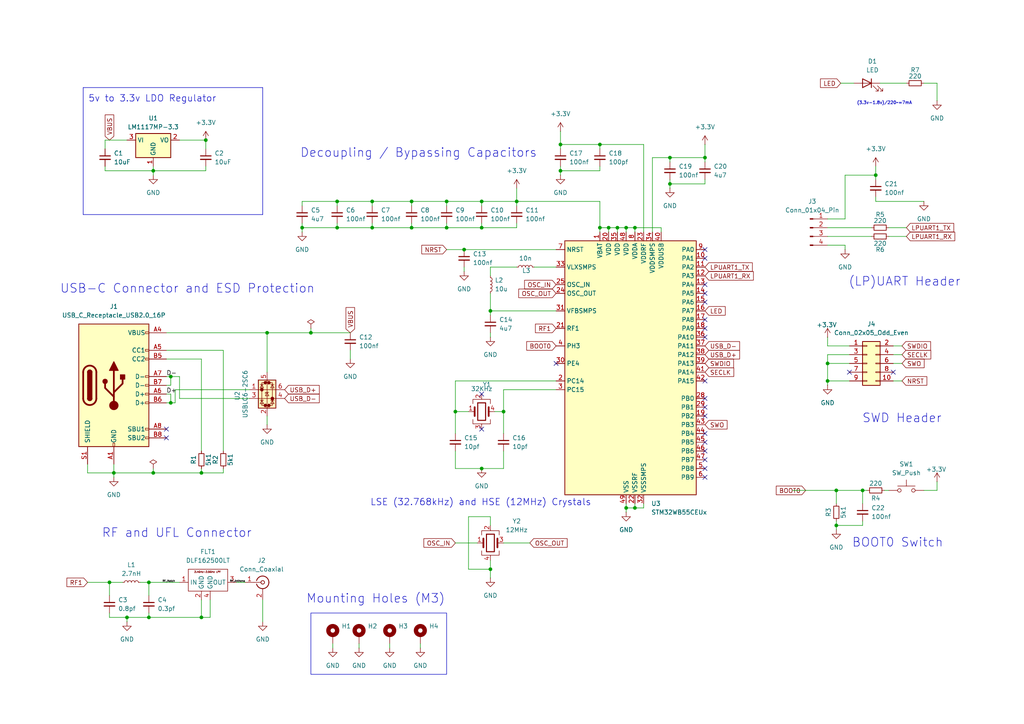
<source format=kicad_sch>
(kicad_sch (version 20231120) (generator "eeschema") (generator_version "8.0")
  (paper "A4")
  (title_block (title "STM32wb55 RF Anthena") (date "2024-10-04") (rev "AV1"))
  (junction (at 59.69 40.64))
  (junction (at 90.17 96.52))
  (junction (at 142.24 90.17))
  (junction (at 58.42 179.07))
  (junction (at 139.7 66.04))
  (junction (at 43.18 168.91))
  (junction (at 107.95 58.42))
  (junction (at 194.31 53.34))
  (junction (at 49.53 116.84))
  (junction (at 139.7 58.42))
  (junction (at 44.45 137.16))
  (junction (at 146.05 119.38))
  (junction (at 107.95 66.04))
  (junction (at 194.31 45.72))
  (junction (at 184.15 66.04))
  (junction (at 139.7 135.89))
  (junction (at 49.53 109.22))
  (junction (at 204.47 45.72))
  (junction (at 181.61 66.04))
  (junction (at 162.56 41.91))
  (junction (at 184.15 147.32))
  (junction (at 179.07 66.04))
  (junction (at 162.56 49.53))
  (junction (at 242.57 152.4))
  (junction (at 173.99 66.04))
  (junction (at 44.45 49.53))
  (junction (at 97.79 66.04))
  (junction (at 77.47 96.52))
  (junction (at 58.42 137.16))
  (junction (at 119.38 58.42))
  (junction (at 129.54 66.04))
  (junction (at 132.08 119.38))
  (junction (at 31.75 168.91))
  (junction (at 149.86 58.42))
  (junction (at 254 50.8))
  (junction (at 142.24 165.1))
  (junction (at 240.03 110.49))
  (junction (at 134.62 72.39))
  (junction (at 33.02 137.16))
  (junction (at 181.61 147.32))
  (junction (at 173.99 41.91))
  (junction (at 36.83 179.07))
  (junction (at 97.79 58.42))
  (junction (at 240.03 105.41))
  (junction (at 129.54 58.42))
  (junction (at 119.38 66.04))
  (junction (at 87.63 66.04))
  (junction (at 242.57 142.24))
  (junction (at 43.18 179.07))
  (junction (at 250.19 142.24))
  (junction (at 176.53 66.04))
  (no_connect (at 204.47 92.71))
  (no_connect (at 139.7 124.46))
  (no_connect (at 204.47 85.09))
  (no_connect (at 204.47 138.43))
  (no_connect (at 204.47 74.93))
  (no_connect (at 204.47 120.65))
  (no_connect (at 204.47 118.11))
  (no_connect (at 204.47 135.89))
  (no_connect (at 139.7 114.3))
  (no_connect (at 161.29 105.41))
  (no_connect (at 204.47 128.27))
  (no_connect (at 204.47 72.39))
  (no_connect (at 204.47 87.63))
  (no_connect (at 204.47 110.49))
  (no_connect (at 204.47 133.35))
  (no_connect (at 204.47 97.79))
  (no_connect (at 204.47 95.25))
  (no_connect (at 204.47 130.81))
  (no_connect (at 204.47 115.57))
  (no_connect (at 259.08 107.95))
  (no_connect (at 48.26 124.46))
  (no_connect (at 204.47 125.73))
  (no_connect (at 246.38 107.95))
  (no_connect (at 204.47 82.55))
  (no_connect (at 48.26 127))
  (wire (pts (xy 58.42 179.07) (xy 43.18 179.07)))
  (wire (pts (xy 149.86 66.04) (xy 149.86 64.77)))
  (wire (pts (xy 259.08 105.41) (xy 261.62 105.41)))
  (wire (pts (xy 58.42 104.14) (xy 58.42 130.81)))
  (wire (pts (xy 44.45 49.53) (xy 44.45 50.8)))
  (wire (pts (xy 189.23 67.31) (xy 189.23 45.72)))
  (wire (pts (xy 250.19 142.24) (xy 251.46 142.24)))
  (wire (pts (xy 271.78 24.13) (xy 271.78 29.21)))
  (wire (pts (xy 119.38 58.42) (xy 119.38 59.69)))
  (wire (pts (xy 139.7 58.42) (xy 129.54 58.42)))
  (wire (pts (xy 49.53 114.3) (xy 49.53 116.84)))
  (wire (pts (xy 87.63 66.04) (xy 87.63 67.31)))
  (wire (pts (xy 259.08 100.33) (xy 261.62 100.33)))
  (wire (pts (xy 142.24 149.86) (xy 135.89 149.86)))
  (wire (pts (xy 25.4 168.91) (xy 31.75 168.91)))
  (wire (pts (xy 271.78 142.24) (xy 267.97 142.24)))
  (wire (pts (xy 240.03 102.87) (xy 240.03 105.41)))
  (wire (pts (xy 242.57 151.13) (xy 242.57 152.4)))
  (wire (pts (xy 146.05 135.89) (xy 139.7 135.89)))
  (wire (pts (xy 162.56 41.91) (xy 173.99 41.91)))
  (wire (pts (xy 173.99 58.42) (xy 173.99 66.04)))
  (wire (pts (xy 142.24 162.56) (xy 142.24 165.1)))
  (wire (pts (xy 97.79 66.04) (xy 107.95 66.04)))
  (wire (pts (xy 64.77 135.89) (xy 64.77 137.16)))
  (wire (pts (xy 58.42 173.99) (xy 58.42 179.07)))
  (wire (pts (xy 77.47 96.52) (xy 77.47 107.95)))
  (wire (pts (xy 77.47 120.65) (xy 77.47 123.19)))
  (wire (pts (xy 242.57 152.4) (xy 242.57 153.67)))
  (wire (pts (xy 245.11 72.39) (xy 245.11 71.12)))
  (wire (pts (xy 184.15 66.04) (xy 191.77 66.04)))
  (wire (pts (xy 162.56 49.53) (xy 173.99 49.53)))
  (wire (pts (xy 134.62 72.39) (xy 161.29 72.39)))
  (wire (pts (xy 48.26 101.6) (xy 64.77 101.6)))
  (wire (pts (xy 132.08 119.38) (xy 135.89 119.38)))
  (wire (pts (xy 240.03 105.41) (xy 240.03 110.49)))
  (wire (pts (xy 186.69 146.05) (xy 186.69 147.32)))
  (wire (pts (xy 59.69 43.18) (xy 59.69 40.64)))
  (wire (pts (xy 184.15 66.04) (xy 184.15 67.31)))
  (wire (pts (xy 194.31 45.72) (xy 194.31 46.99)))
  (wire (pts (xy 43.18 168.91) (xy 43.18 172.72)))
  (wire (pts (xy 250.19 152.4) (xy 242.57 152.4)))
  (wire (pts (xy 250.19 142.24) (xy 250.19 146.05)))
  (wire (pts (xy 107.95 58.42) (xy 107.95 59.69)))
  (wire (pts (xy 77.47 96.52) (xy 90.17 96.52)))
  (wire (pts (xy 135.89 165.1) (xy 142.24 165.1)))
  (wire (pts (xy 58.42 137.16) (xy 64.77 137.16)))
  (wire (pts (xy 107.95 64.77) (xy 107.95 66.04)))
  (wire (pts (xy 173.99 41.91) (xy 173.99 43.18)))
  (wire (pts (xy 257.81 66.04) (xy 262.89 66.04)))
  (wire (pts (xy 162.56 48.26) (xy 162.56 49.53)))
  (wire (pts (xy 146.05 157.48) (xy 153.67 157.48)))
  (wire (pts (xy 119.38 64.77) (xy 119.38 66.04)))
  (wire (pts (xy 267.97 58.42) (xy 254 58.42)))
  (wire (pts (xy 96.52 186.69) (xy 96.52 187.96)))
  (wire (pts (xy 135.89 149.86) (xy 135.89 165.1)))
  (wire (pts (xy 52.07 168.91) (xy 43.18 168.91)))
  (wire (pts (xy 204.47 45.72) (xy 204.47 46.99)))
  (wire (pts (xy 246.38 110.49) (xy 240.03 110.49)))
  (wire (pts (xy 44.45 48.26) (xy 44.45 49.53)))
  (wire (pts (xy 149.86 58.42) (xy 139.7 58.42)))
  (wire (pts (xy 194.31 52.07) (xy 194.31 53.34)))
  (wire (pts (xy 179.07 66.04) (xy 179.07 67.31)))
  (wire (pts (xy 191.77 66.04) (xy 191.77 67.31)))
  (wire (pts (xy 254 48.26) (xy 254 50.8)))
  (wire (pts (xy 36.83 40.64) (xy 30.48 40.64)))
  (wire (pts (xy 173.99 49.53) (xy 173.99 48.26)))
  (wire (pts (xy 48.26 114.3) (xy 49.53 114.3)))
  (wire (pts (xy 154.94 77.47) (xy 161.29 77.47)))
  (wire (pts (xy 194.31 53.34) (xy 194.31 54.61)))
  (wire (pts (xy 52.07 109.22) (xy 49.53 109.22)))
  (wire (pts (xy 181.61 146.05) (xy 181.61 147.32)))
  (wire (pts (xy 184.15 147.32) (xy 181.61 147.32)))
  (wire (pts (xy 132.08 110.49) (xy 132.08 119.38)))
  (wire (pts (xy 33.02 134.62) (xy 33.02 137.16)))
  (wire (pts (xy 254 50.8) (xy 254 52.07)))
  (wire (pts (xy 149.86 77.47) (xy 142.24 77.47)))
  (wire (pts (xy 142.24 96.52) (xy 142.24 97.79)))
  (wire (pts (xy 173.99 67.31) (xy 173.99 66.04)))
  (wire (pts (xy 129.54 58.42) (xy 119.38 58.42)))
  (wire (pts (xy 48.26 111.76) (xy 49.53 111.76)))
  (wire (pts (xy 49.53 116.84) (xy 48.26 116.84)))
  (wire (pts (xy 30.48 48.26) (xy 30.48 49.53)))
  (wire (pts (xy 271.78 139.7) (xy 271.78 142.24)))
  (wire (pts (xy 149.86 59.69) (xy 149.86 58.42)))
  (wire (pts (xy 146.05 130.81) (xy 146.05 135.89)))
  (wire (pts (xy 240.03 100.33) (xy 240.03 97.79)))
  (wire (pts (xy 52.07 40.64) (xy 59.69 40.64)))
  (wire (pts (xy 129.54 64.77) (xy 129.54 66.04)))
  (wire (pts (xy 242.57 142.24) (xy 250.19 142.24)))
  (wire (pts (xy 59.69 48.26) (xy 59.69 49.53)))
  (wire (pts (xy 242.57 142.24) (xy 242.57 146.05)))
  (wire (pts (xy 121.92 186.69) (xy 121.92 187.96)))
  (wire (pts (xy 44.45 49.53) (xy 59.69 49.53)))
  (wire (pts (xy 43.18 177.8) (xy 43.18 179.07)))
  (wire (pts (xy 186.69 41.91) (xy 186.69 67.31)))
  (wire (pts (xy 142.24 90.17) (xy 142.24 85.09)))
  (wire (pts (xy 245.11 63.5) (xy 240.03 63.5)))
  (wire (pts (xy 240.03 105.41) (xy 246.38 105.41)))
  (wire (pts (xy 113.03 186.69) (xy 113.03 187.96)))
  (wire (pts (xy 181.61 66.04) (xy 184.15 66.04)))
  (wire (pts (xy 146.05 113.03) (xy 146.05 119.38)))
  (wire (pts (xy 132.08 157.48) (xy 138.43 157.48)))
  (wire (pts (xy 44.45 135.89) (xy 44.45 137.16)))
  (wire (pts (xy 36.83 179.07) (xy 43.18 179.07)))
  (wire (pts (xy 49.53 109.22) (xy 48.26 109.22)))
  (wire (pts (xy 33.02 137.16) (xy 44.45 137.16)))
  (wire (pts (xy 176.53 66.04) (xy 179.07 66.04)))
  (wire (pts (xy 97.79 58.42) (xy 97.79 59.69)))
  (wire (pts (xy 134.62 77.47) (xy 134.62 78.74)))
  (wire (pts (xy 267.97 24.13) (xy 271.78 24.13)))
  (wire (pts (xy 259.08 102.87) (xy 261.62 102.87)))
  (wire (pts (xy 76.2 173.99) (xy 76.2 180.34)))
  (polyline (pts (xy 76.2 25.4) (xy 76.2 62.23)))
  (wire (pts (xy 142.24 90.17) (xy 142.24 91.44)))
  (wire (pts (xy 161.29 113.03) (xy 146.05 113.03)))
  (wire (pts (xy 162.56 38.1) (xy 162.56 41.91)))
  (wire (pts (xy 189.23 45.72) (xy 194.31 45.72)))
  (wire (pts (xy 146.05 119.38) (xy 146.05 125.73)))
  (wire (pts (xy 58.42 135.89) (xy 58.42 137.16)))
  (polyline (pts (xy 24.13 62.23) (xy 24.13 25.4)))
  (wire (pts (xy 90.17 96.52) (xy 101.6 96.52)))
  (wire (pts (xy 256.54 142.24) (xy 257.81 142.24)))
  (wire (pts (xy 254 58.42) (xy 254 57.15)))
  (wire (pts (xy 184.15 146.05) (xy 184.15 147.32)))
  (wire (pts (xy 87.63 58.42) (xy 87.63 59.69)))
  (wire (pts (xy 107.95 66.04) (xy 119.38 66.04)))
  (wire (pts (xy 132.08 119.38) (xy 132.08 125.73)))
  (wire (pts (xy 179.07 66.04) (xy 181.61 66.04)))
  (wire (pts (xy 50.8 113.03) (xy 72.39 113.03)))
  (wire (pts (xy 30.48 49.53) (xy 44.45 49.53)))
  (wire (pts (xy 104.14 186.69) (xy 104.14 187.96)))
  (wire (pts (xy 101.6 101.6) (xy 101.6 104.14)))
  (wire (pts (xy 139.7 64.77) (xy 139.7 66.04)))
  (wire (pts (xy 31.75 179.07) (xy 36.83 179.07)))
  (wire (pts (xy 129.54 66.04) (xy 139.7 66.04)))
  (wire (pts (xy 36.83 179.07) (xy 36.83 180.34)))
  (wire (pts (xy 245.11 50.8) (xy 245.11 63.5)))
  (wire (pts (xy 107.95 58.42) (xy 97.79 58.42)))
  (wire (pts (xy 142.24 165.1) (xy 142.24 167.64)))
  (wire (pts (xy 176.53 66.04) (xy 176.53 67.31)))
  (wire (pts (xy 204.47 41.91) (xy 204.47 45.72)))
  (wire (pts (xy 149.86 54.61) (xy 149.86 58.42)))
  (wire (pts (xy 64.77 101.6) (xy 64.77 130.81)))
  (wire (pts (xy 60.96 173.99) (xy 60.96 179.07)))
  (wire (pts (xy 132.08 110.49) (xy 161.29 110.49)))
  (wire (pts (xy 132.08 135.89) (xy 139.7 135.89)))
  (wire (pts (xy 161.29 90.17) (xy 142.24 90.17)))
  (wire (pts (xy 129.54 72.39) (xy 134.62 72.39)))
  (wire (pts (xy 262.89 24.13) (xy 255.27 24.13)))
  (wire (pts (xy 229.87 142.24) (xy 242.57 142.24)))
  (wire (pts (xy 49.53 111.76) (xy 49.53 109.22)))
  (wire (pts (xy 247.65 24.13) (xy 243.84 24.13)))
  (wire (pts (xy 146.05 119.38) (xy 143.51 119.38)))
  (wire (pts (xy 246.38 100.33) (xy 240.03 100.33)))
  (wire (pts (xy 194.31 45.72) (xy 204.47 45.72)))
  (wire (pts (xy 204.47 53.34) (xy 204.47 52.07)))
  (wire (pts (xy 60.96 179.07) (xy 58.42 179.07)))
  (wire (pts (xy 240.03 68.58) (xy 252.73 68.58)))
  (wire (pts (xy 119.38 66.04) (xy 129.54 66.04)))
  (wire (pts (xy 87.63 64.77) (xy 87.63 66.04)))
  (wire (pts (xy 48.26 96.52) (xy 77.47 96.52)))
  (wire (pts (xy 186.69 147.32) (xy 184.15 147.32)))
  (wire (pts (xy 240.03 66.04) (xy 252.73 66.04)))
  (wire (pts (xy 48.26 104.14) (xy 58.42 104.14)))
  (wire (pts (xy 71.12 168.91) (xy 68.58 168.91)))
  (wire (pts (xy 259.08 110.49) (xy 261.62 110.49)))
  (wire (pts (xy 142.24 152.4) (xy 142.24 149.86)))
  (wire (pts (xy 35.56 168.91) (xy 31.75 168.91)))
  (wire (pts (xy 25.4 134.62) (xy 25.4 137.16)))
  (wire (pts (xy 52.07 115.57) (xy 72.39 115.57)))
  (wire (pts (xy 31.75 168.91) (xy 31.75 172.72)))
  (wire (pts (xy 87.63 66.04) (xy 97.79 66.04)))
  (wire (pts (xy 50.8 113.03) (xy 50.8 116.84)))
  (wire (pts (xy 257.81 68.58) (xy 262.89 68.58)))
  (polyline (pts (xy 24.13 62.23) (xy 76.2 62.23)))
  (wire (pts (xy 52.07 115.57) (xy 52.07 109.22)))
  (wire (pts (xy 250.19 151.13) (xy 250.19 152.4)))
  (wire (pts (xy 31.75 177.8) (xy 31.75 179.07)))
  (wire (pts (xy 40.64 168.91) (xy 43.18 168.91)))
  (wire (pts (xy 240.03 110.49) (xy 240.03 111.76)))
  (wire (pts (xy 50.8 116.84) (xy 49.53 116.84)))
  (wire (pts (xy 25.4 137.16) (xy 33.02 137.16)))
  (wire (pts (xy 97.79 64.77) (xy 97.79 66.04)))
  (wire (pts (xy 173.99 58.42) (xy 149.86 58.42)))
  (wire (pts (xy 129.54 58.42) (xy 129.54 59.69)))
  (wire (pts (xy 194.31 53.34) (xy 204.47 53.34)))
  (wire (pts (xy 181.61 147.32) (xy 181.61 148.59)))
  (wire (pts (xy 44.45 137.16) (xy 58.42 137.16)))
  (wire (pts (xy 119.38 58.42) (xy 107.95 58.42)))
  (polyline (pts (xy 24.13 25.4) (xy 76.2 25.4)))
  (wire (pts (xy 246.38 102.87) (xy 240.03 102.87)))
  (wire (pts (xy 30.48 40.64) (xy 30.48 43.18)))
  (wire (pts (xy 139.7 66.04) (xy 149.86 66.04)))
  (wire (pts (xy 142.24 77.47) (xy 142.24 80.01)))
  (wire (pts (xy 139.7 58.42) (xy 139.7 59.69)))
  (wire (pts (xy 90.17 95.25) (xy 90.17 96.52)))
  (wire (pts (xy 132.08 130.81) (xy 132.08 135.89)))
  (wire (pts (xy 245.11 71.12) (xy 240.03 71.12)))
  (wire (pts (xy 245.11 50.8) (xy 254 50.8)))
  (wire (pts (xy 162.56 49.53) (xy 162.56 50.8)))
  (wire (pts (xy 33.02 137.16) (xy 33.02 138.43)))
  (wire (pts (xy 97.79 58.42) (xy 87.63 58.42)))
  (wire (pts (xy 181.61 66.04) (xy 181.61 67.31)))
  (wire (pts (xy 162.56 41.91) (xy 162.56 43.18)))
  (wire (pts (xy 173.99 66.04) (xy 176.53 66.04)))
  (wire (pts (xy 186.69 41.91) (xy 173.99 41.91)))
  (rectangle (start 90.17 177.8) (end 129.54 195.58))
  (text "SWD Header" (at 261.62 121.412 0) (effects (font (size 2.54 2.54))))
  (text "Decoupling / Bypassing Capacitors\n\n" (at 121.412 46.482 0) (effects (font (size 2.54 2.54))))
  (text "(3.3v-1.8v)/220~=7mA" (at 256.54 29.972 0) (effects (font (size 0.889 0.889))))
  (text "(LP)UART Header" (at 262.382 81.788 0) (effects (font (size 2.54 2.54))))
  (text "Mounting Holes (M3)\n" (at 108.966 173.736 0) (effects (font (size 2.54 2.54))))
  (text "5v to 3.3v LDO Regulator\n" (at 44.196 28.702 0) (effects (font (size 1.905 1.905))))
  (text "RF and UFL Connector\n" (at 51.308 154.686 0) (effects (font (size 2.54 2.54))))
  (text "LSE (32.768kHz) and HSE (12MHz) Crystals\n" (at 139.446 145.796 0) (effects (font (size 1.905 1.905))))
  (text "USB-C Connector and ESD Protection\n" (at 54.356 83.82 0) (effects (font (size 2.54 2.54))))
  (text "BOOT0 Switch\n" (at 260.35 157.48 0) (effects (font (size 2.54 2.54))))
  (label "D-" (at 48.26 109.22 0))
  (label "D+" (at 48.26 114.3 0))
  (label "RF_Match" (at 50.8 168.91 180) (effects (font (size 0.508 0.508))))
  (label "RF_Anthena" (at 71.12 168.91 180) (effects (font (size 0.508 0.508))))
  (global_label "LPUART1_RX" (shape input) (at 204.47 80.01 0) (property "Intersheetrefs" "${INTERSHEET_REFS}" (effects (hide yes))))
  (global_label "LPUART1_RX" (shape input) (at 262.89 68.58 0) (property "Intersheetrefs" "${INTERSHEET_REFS}" (effects (hide yes))))
  (global_label "NRST" (shape input) (at 129.54 72.39 180) (property "Intersheetrefs" "${INTERSHEET_REFS}" (effects (hide yes))))
  (global_label "USB_D-" (shape input) (at 82.55 115.57 0) (property "Intersheetrefs" "${INTERSHEET_REFS}" (effects (hide yes))))
  (global_label "RF1" (shape input) (at 161.29 95.25 180) (property "Intersheetrefs" "${INTERSHEET_REFS}" (effects (hide yes))))
  (global_label "LPUART1_TX" (shape input) (at 262.89 66.04 0) (property "Intersheetrefs" "${INTERSHEET_REFS}" (effects (hide yes))))
  (global_label "USB_D+" (shape input) (at 204.47 102.87 0) (property "Intersheetrefs" "${INTERSHEET_REFS}" (effects (hide yes))))
  (global_label "SECLK" (shape input) (at 204.47 107.95 0) (property "Intersheetrefs" "${INTERSHEET_REFS}" (effects (hide yes))))
  (global_label "USB_D-" (shape input) (at 204.47 100.33 0) (property "Intersheetrefs" "${INTERSHEET_REFS}" (effects (hide yes))))
  (global_label "VBUS" (shape input) (at 101.6 96.52 90) (property "Intersheetrefs" "${INTERSHEET_REFS}" (effects (hide yes))))
  (global_label "OSC_OUT" (shape input) (at 153.67 157.48 0) (property "Intersheetrefs" "${INTERSHEET_REFS}" (effects (hide yes))))
  (global_label "OSC_IN" (shape input) (at 161.29 82.55 180) (property "Intersheetrefs" "${INTERSHEET_REFS}" (effects (hide yes))))
  (global_label "BOOT0" (shape input) (at 233.68 142.24 180) (property "Intersheetrefs" "${INTERSHEET_REFS}" (effects (hide yes))))
  (global_label "OSC_OUT" (shape input) (at 161.29 85.09 180) (property "Intersheetrefs" "${INTERSHEET_REFS}" (effects (hide yes))))
  (global_label "SWDIO" (shape input) (at 261.62 100.33 0) (property "Intersheetrefs" "${INTERSHEET_REFS}" (effects (hide yes))))
  (global_label "BOOT0" (shape input) (at 161.29 100.33 180) (property "Intersheetrefs" "${INTERSHEET_REFS}" (effects (hide yes))))
  (global_label "LED" (shape input) (at 204.47 90.17 0) (property "Intersheetrefs" "${INTERSHEET_REFS}" (effects (hide yes))))
  (global_label "RF1" (shape input) (at 25.4 168.91 180) (property "Intersheetrefs" "${INTERSHEET_REFS}" (effects (hide yes))))
  (global_label "LPUART1_TX" (shape input) (at 204.47 77.47 0) (property "Intersheetrefs" "${INTERSHEET_REFS}" (effects (hide yes))))
  (global_label "SECLK" (shape input) (at 261.62 102.87 0) (property "Intersheetrefs" "${INTERSHEET_REFS}" (effects (hide yes))))
  (global_label "USB_D+" (shape input) (at 82.55 113.03 0) (property "Intersheetrefs" "${INTERSHEET_REFS}" (effects (hide yes))))
  (global_label "LED" (shape input) (at 243.84 24.13 180) (property "Intersheetrefs" "${INTERSHEET_REFS}" (effects (hide yes))))
  (global_label "OSC_IN" (shape input) (at 132.08 157.48 180) (property "Intersheetrefs" "${INTERSHEET_REFS}" (effects (hide yes))))
  (global_label "SWDIO" (shape input) (at 204.47 105.41 0) (property "Intersheetrefs" "${INTERSHEET_REFS}" (effects (hide yes))))
  (global_label "SWO" (shape input) (at 204.47 123.19 0) (property "Intersheetrefs" "${INTERSHEET_REFS}" (effects (hide yes))))
  (global_label "VBUS" (shape input) (at 31.75 40.64 90) (property "Intersheetrefs" "${INTERSHEET_REFS}" (effects (hide yes))))
  (global_label "NRST" (shape input) (at 261.62 110.49 0) (property "Intersheetrefs" "${INTERSHEET_REFS}" (effects (hide yes))))
  (global_label "SWO" (shape input) (at 261.62 105.41 0) (property "Intersheetrefs" "${INTERSHEET_REFS}" (effects (hide yes))))
  (symbol (lib_id "Device:C_Small") (at 134.62 74.93 0) (unit 1)
    (property "Reference" "C13" (at 137.16 73.6662 0) (effects (justify left)))
    (property "Value" "100nf" (at 137.16 76.2062 0) (effects (justify left)))
    (property "Footprint" "Capacitor_SMD:C_0805_2012Metric_Pad1.18x1.45mm_HandSolder" (effects (hide yes)))
    (property "Description" "Unpolarized capacitor, small symbol" (effects (hide yes)))
  )
  (symbol (lib_id "Device:R_Small") (at 265.43 24.13 90) (mirror x) (unit 1)
    (property "Reference" "R7" (at 265.43 20.32 90))
    (property "Value" "220" (at 265.43 22.098 90))
    (property "Footprint" "Resistor_SMD:R_0805_2012Metric_Pad1.20x1.40mm_HandSolder" (effects (hide yes)))
    (property "Description" "Resistor, small symbol" (effects (hide yes)))
  )
  (symbol (lib_id "power:+3.3V") (at 204.47 41.91 0) (unit 1)
    (property "Reference" "#PWR018" (effects (hide yes)))
    (property "Value" "+3.3V" (at 204.47 36.83 0))
    (property "Description" "Power symbol creates a global label with name \"+3.3V\"" (effects (hide yes)))
  )
  (symbol (lib_id "Mechanical:MountingHole_Pad") (at 96.52 184.15 0) (unit 1) (exclude_from_sim yes) (in_bom no)
    (property "Reference" "H1" (at 99.06 181.6099 0) (effects (justify left)))
    (property "Value" "MountingHole_Pad" (effects (hide yes)))
    (property "Footprint" "MountingHole:MountingHole_3.2mm_M3_Pad" (effects (hide yes)))
    (property "Description" "Mounting Hole with connection" (effects (hide yes)))
  )
  (symbol (lib_id "Device:R_Small") (at 255.27 66.04 270) (unit 1)
    (property "Reference" "R5" (at 255.27 62.23 90))
    (property "Value" "220" (at 255.27 64.008 90))
    (property "Footprint" "Resistor_SMD:R_0805_2012Metric_Pad1.20x1.40mm_HandSolder" (effects (hide yes)))
    (property "Description" "Resistor, small symbol" (effects (hide yes)))
  )
  (symbol (lib_id "power:GND") (at 113.03 187.96 0) (mirror y) (unit 1)
    (property "Reference" "#PWR029" (effects (hide yes)))
    (property "Value" "GND" (at 113.03 193.04 0))
    (property "Description" "Power symbol creates a global label with name \"GND\" , ground" (effects (hide yes)))
  )
  (symbol (lib_id "Mechanical:MountingHole_Pad") (at 121.92 184.15 0) (unit 1) (exclude_from_sim yes) (in_bom no)
    (property "Reference" "H4" (at 124.46 181.6099 0) (effects (justify left)))
    (property "Value" "MountingHole_Pad" (effects (hide yes)))
    (property "Footprint" "MountingHole:MountingHole_3.2mm_M3_Pad" (effects (hide yes)))
    (property "Description" "Mounting Hole with connection" (effects (hide yes)))
  )
  (symbol (lib_id "Device:C_Small") (at 129.54 62.23 0) (unit 1)
    (property "Reference" "C9" (at 132.08 60.9662 0) (effects (justify left)))
    (property "Value" "100nf" (at 132.08 63.5062 0) (effects (justify left)))
    (property "Footprint" "Capacitor_SMD:C_0805_2012Metric_Pad1.18x1.45mm_HandSolder" (effects (hide yes)))
    (property "Description" "Unpolarized capacitor, small symbol" (effects (hide yes)))
  )
  (symbol (lib_id "power:+3.3V") (at 59.69 40.64 0) (unit 1)
    (property "Reference" "#PWR04" (effects (hide yes)))
    (property "Value" "+3.3V" (at 59.69 35.56 0))
    (property "Description" "Power symbol creates a global label with name \"+3.3V\"" (effects (hide yes)))
  )
  (symbol (lib_id "Power_Protection:USBLC6-2SC6") (at 77.47 113.03 0) (unit 1)
    (property "Reference" "U2" (at 68.834 114.808 90))
    (property "Value" "USBLC6-2SC6" (at 71.12 114.3 90))
    (property "Footprint" "Package_TO_SOT_SMD:SOT-23-6" (effects (hide yes)))
    (property "Datasheet" "https://www.st.com/resource/en/datasheet/usblc6-2.pdf" (effects (hide yes)))
    (property "Description" "Very low capacitance ESD protection diode, 2 data-line, SOT-23-6" (effects (hide yes)))
  )
  (symbol (lib_id "Device:C_Small") (at 194.31 49.53 0) (unit 1)
    (property "Reference" "C19" (at 196.85 48.2662 0) (effects (justify left)))
    (property "Value" "100nf" (at 196.85 50.8062 0) (effects (justify left)))
    (property "Footprint" "Capacitor_SMD:C_0805_2012Metric_Pad1.18x1.45mm_HandSolder" (effects (hide yes)))
    (property "Description" "Unpolarized capacitor, small symbol" (effects (hide yes)))
  )
  (symbol (lib_id "power:+3.3V") (at 149.86 54.61 0) (unit 1)
    (property "Reference" "#PWR013" (effects (hide yes)))
    (property "Value" "+3.3V" (at 149.86 49.53 0))
    (property "Description" "Power symbol creates a global label with name \"+3.3V\"" (effects (hide yes)))
  )
  (symbol (lib_id "Device:R_Small") (at 58.42 133.35 180) (unit 1)
    (property "Reference" "R1" (at 56.134 133.35 90))
    (property "Value" "5k1" (at 60.452 133.35 90))
    (property "Footprint" "Resistor_SMD:R_0805_2012Metric_Pad1.20x1.40mm_HandSolder" (effects (hide yes)))
    (property "Description" "Resistor, small symbol" (effects (hide yes)))
  )
  (symbol (lib_id "Regulator_Linear:LM1117MP-3.3") (at 44.45 40.64 0) (unit 1)
    (property "Reference" "U1" (at 44.45 34.29 0))
    (property "Value" "LM1117MP-3.3" (at 44.45 36.83 0))
    (property "Footprint" "Package_TO_SOT_SMD:SOT-223-3_TabPin2" (effects (hide yes)))
    (property "Datasheet" "http://www.ti.com/lit/ds/symlink/lm1117.pdf" (effects (hide yes)))
    (property "Description" "800mA Low-Dropout Linear Regulator, 3.3V fixed output, SOT-223" (effects (hide yes)))
  )
  (symbol (lib_id "Device:C_Small") (at 59.69 45.72 0) (unit 1)
    (property "Reference" "C2" (at 62.23 44.4562 0) (effects (justify left)))
    (property "Value" "10uF" (at 62.23 46.9962 0) (effects (justify left)))
    (property "Footprint" "Capacitor_SMD:C_1206_3216Metric_Pad1.33x1.80mm_HandSolder" (effects (hide yes)))
    (property "Description" "Unpolarized capacitor, small symbol" (effects (hide yes)))
  )
  (symbol (lib_id "power:GND") (at 240.03 111.76 0) (unit 1)
    (property "Reference" "#PWR020" (effects (hide yes)))
    (property "Value" "GND" (at 240.03 116.84 0))
    (property "Description" "Power symbol creates a global label with name \"GND\" , ground" (effects (hide yes)))
  )
  (symbol (lib_id "power:PWR_FLAG") (at 90.17 95.25 0) (unit 1)
    (property "Reference" "#FLG02" (effects (hide yes)))
    (property "Value" "PWR_FLAG" (effects (hide yes)))
    (property "Description" "Special symbol for telling ERC where power comes from" (effects (hide yes)))
  )
  (symbol (lib_id "power:GND") (at 104.14 187.96 0) (mirror y) (unit 1)
    (property "Reference" "#PWR028" (effects (hide yes)))
    (property "Value" "GND" (at 104.14 193.04 0))
    (property "Description" "Power symbol creates a global label with name \"GND\" , ground" (effects (hide yes)))
  )
  (symbol (lib_id "Device:C_Small") (at 254 54.61 0) (unit 1)
    (property "Reference" "C21" (at 256.54 53.3462 0) (effects (justify left)))
    (property "Value" "100nf" (at 256.54 55.8862 0) (effects (justify left)))
    (property "Footprint" "Capacitor_SMD:C_0805_2012Metric_Pad1.18x1.45mm_HandSolder" (effects (hide yes)))
    (property "Description" "Unpolarized capacitor, small symbol" (effects (hide yes)))
  )
  (symbol (lib_id "Connector_Generic:Conn_02x05_Odd_Even") (at 251.46 105.41 0) (unit 1)
    (property "Reference" "J4" (at 252.73 93.98 0))
    (property "Value" "Conn_02x05_Odd_Even" (at 252.73 96.52 0))
    (property "Footprint" "Connector_JST:JST_PHD_S10B-PHDSS_2x05_P2.00mm_Horizontal" (effects (hide yes)))
    (property "Description" "Generic connector, double row, 02x05, odd/even pin numbering scheme (row 1 odd numbers, row 2 even numbers), script generated (kicad-library-utils/schlib/autogen/connector/)" (effects (hide yes)))
  )
  (symbol (lib_id "Device:C_Small") (at 162.56 45.72 0) (unit 1)
    (property "Reference" "C17" (at 165.1 44.4562 0) (effects (justify left)))
    (property "Value" "100nf" (at 165.1 46.9962 0) (effects (justify left)))
    (property "Footprint" "Capacitor_SMD:C_0805_2012Metric_Pad1.18x1.45mm_HandSolder" (effects (hide yes)))
    (property "Description" "Unpolarized capacitor, small symbol" (effects (hide yes)))
  )
  (symbol (lib_id "power:GND") (at 44.45 50.8 0) (mirror y) (unit 1)
    (property "Reference" "#PWR03" (effects (hide yes)))
    (property "Value" "GND" (at 44.45 55.88 0))
    (property "Description" "Power symbol creates a global label with name \"GND\" , ground" (effects (hide yes)))
  )
  (symbol (lib_id "power:GND") (at 242.57 153.67 0) (unit 1)
    (property "Reference" "#PWR021" (effects (hide yes)))
    (property "Value" "GND" (at 242.57 158.75 0))
    (property "Description" "Power symbol creates a global label with name \"GND\" , ground" (effects (hide yes)))
  )
  (symbol (lib_id "power:GND") (at 96.52 187.96 0) (mirror y) (unit 1)
    (property "Reference" "#PWR027" (effects (hide yes)))
    (property "Value" "GND" (at 96.52 193.04 0))
    (property "Description" "Power symbol creates a global label with name \"GND\" , ground" (effects (hide yes)))
  )
  (symbol (lib_id "Device:C_Small") (at 142.24 93.98 0) (unit 1)
    (property "Reference" "C14" (at 144.78 92.7162 0) (effects (justify left)))
    (property "Value" "4u7" (at 144.78 95.2562 0) (effects (justify left)))
    (property "Footprint" "Capacitor_SMD:C_0805_2012Metric_Pad1.18x1.45mm_HandSolder" (effects (hide yes)))
    (property "Description" "Unpolarized capacitor, small symbol" (effects (hide yes)))
  )
  (symbol (lib_id "Device:C_Small") (at 97.79 62.23 0) (unit 1)
    (property "Reference" "C6" (at 100.33 60.9662 0) (effects (justify left)))
    (property "Value" "100nf" (at 100.33 63.5062 0) (effects (justify left)))
    (property "Footprint" "Capacitor_SMD:C_0805_2012Metric_Pad1.18x1.45mm_HandSolder" (effects (hide yes)))
    (property "Description" "Unpolarized capacitor, small symbol" (effects (hide yes)))
  )
  (symbol (lib_id "Device:C_Small") (at 149.86 62.23 0) (unit 1)
    (property "Reference" "C11" (at 152.4 60.9662 0) (effects (justify left)))
    (property "Value" "100nf" (at 152.4 63.5062 0) (effects (justify left)))
    (property "Footprint" "Capacitor_SMD:C_0805_2012Metric_Pad1.18x1.45mm_HandSolder" (effects (hide yes)))
    (property "Description" "Unpolarized capacitor, small symbol" (effects (hide yes)))
  )
  (symbol (lib_id "Device:C_Small") (at 173.99 45.72 0) (unit 1)
    (property "Reference" "C18" (at 176.53 44.4562 0) (effects (justify left)))
    (property "Value" "100pf" (at 176.53 46.9962 0) (effects (justify left)))
    (property "Footprint" "Capacitor_SMD:C_0805_2012Metric_Pad1.18x1.45mm_HandSolder" (effects (hide yes)))
    (property "Description" "Unpolarized capacitor, small symbol" (effects (hide yes)))
  )
  (symbol (lib_id "Device:C_Small") (at 101.6 99.06 0) (unit 1)
    (property "Reference" "C12" (at 104.14 97.7962 0) (effects (justify left)))
    (property "Value" "100nf" (at 104.14 100.3362 0) (effects (justify left)))
    (property "Footprint" "Capacitor_SMD:C_0805_2012Metric_Pad1.18x1.45mm_HandSolder" (effects (hide yes)))
    (property "Description" "Unpolarized capacitor, small symbol" (effects (hide yes)))
  )
  (symbol (lib_id "power:GND") (at 142.24 167.64 0) (unit 1)
    (property "Reference" "#PWR011" (effects (hide yes)))
    (property "Value" "GND" (at 142.24 172.72 0))
    (property "Description" "Power symbol creates a global label with name \"GND\" , ground" (effects (hide yes)))
  )
  (symbol (lib_id "Connector:USB_C_Receptacle_USB2.0_16P") (at 33.02 111.76 0) (unit 1)
    (property "Reference" "J1" (at 33.02 88.9 0))
    (property "Value" "USB_C_Receptacle_USB2.0_16P" (at 33.02 91.44 0))
    (property "Footprint" "Connector_USB:USB_C_Receptacle_GCT_USB4105-xx-A_16P_TopMnt_Horizontal" (effects (hide yes)))
    (property "Datasheet" "https://www.usb.org/sites/default/files/documents/usb_type-c.zip" (effects (hide yes)))
    (property "Description" "USB 2.0-only 16P Type-C Receptacle connector" (effects (hide yes)))
  )
  (symbol (lib_id "power:GND") (at 77.47 123.19 0) (mirror y) (unit 1)
    (property "Reference" "#PWR06" (effects (hide yes)))
    (property "Value" "GND" (at 77.47 128.27 0))
    (property "Description" "Power symbol creates a global label with name \"GND\" , ground" (effects (hide yes)))
  )
  (symbol (lib_id "power:GND") (at 36.83 180.34 0) (unit 1)
    (property "Reference" "#PWR02" (effects (hide yes)))
    (property "Value" "GND" (at 36.83 185.42 0))
    (property "Description" "Power symbol creates a global label with name \"GND\" , ground" (effects (hide yes)))
  )
  (symbol (lib_id "Device:C_Small") (at 250.19 148.59 0) (unit 1)
    (property "Reference" "C22" (at 252.73 147.3262 0) (effects (justify left)))
    (property "Value" "100nf" (at 252.73 149.8662 0) (effects (justify left)))
    (property "Footprint" "Capacitor_SMD:C_0805_2012Metric_Pad1.18x1.45mm_HandSolder" (effects (hide yes)))
    (property "Description" "Unpolarized capacitor, small symbol" (effects (hide yes)))
  )
  (symbol (lib_id "Device:L_Small") (at 142.24 82.55 0) (unit 1)
    (property "Reference" "L2" (at 143.51 81.2799 0) (effects (justify left)))
    (property "Value" "10u" (at 143.51 83.8199 0) (effects (justify left)))
    (property "Footprint" "Inductor_SMD:L_0805_2012Metric_Pad1.15x1.40mm_HandSolder" (effects (hide yes)))
    (property "Description" "Inductor, small symbol" (effects (hide yes)))
  )
  (symbol (lib_id "Device:C_Small") (at 146.05 128.27 0) (unit 1)
    (property "Reference" "C16" (at 148.59 127.0062 0) (effects (justify left)))
    (property "Value" "10pf" (at 148.59 129.5462 0) (effects (justify left)))
    (property "Footprint" "Capacitor_SMD:C_0805_2012Metric_Pad1.18x1.45mm_HandSolder" (effects (hide yes)))
    (property "Description" "Unpolarized capacitor, small symbol" (effects (hide yes)))
  )
  (symbol (lib_id "power:+3.3V") (at 162.56 38.1 0) (unit 1)
    (property "Reference" "#PWR014" (effects (hide yes)))
    (property "Value" "+3.3V" (at 162.56 33.02 0))
    (property "Description" "Power symbol creates a global label with name \"+3.3V\"" (effects (hide yes)))
  )
  (symbol (lib_id "Device:C_Small") (at 107.95 62.23 0) (unit 1)
    (property "Reference" "C7" (at 110.49 60.9662 0) (effects (justify left)))
    (property "Value" "100nf" (at 110.49 63.5062 0) (effects (justify left)))
    (property "Footprint" "Capacitor_SMD:C_0805_2012Metric_Pad1.18x1.45mm_HandSolder" (effects (hide yes)))
    (property "Description" "Unpolarized capacitor, small symbol" (effects (hide yes)))
  )
  (symbol (lib_id "Device:C_Small") (at 30.48 45.72 0) (unit 1)
    (property "Reference" "C1" (at 33.02 44.4562 0) (effects (justify left)))
    (property "Value" "10uF" (at 33.02 46.9962 0) (effects (justify left)))
    (property "Footprint" "Capacitor_SMD:C_1206_3216Metric_Pad1.33x1.80mm_HandSolder" (effects (hide yes)))
    (property "Description" "Unpolarized capacitor, small symbol" (effects (hide yes)))
  )
  (symbol (lib_id "Device:R_Small") (at 254 142.24 270) (unit 1)
    (property "Reference" "R4" (at 254 144.526 90))
    (property "Value" "220" (at 254 140.208 90))
    (property "Footprint" "Resistor_SMD:R_0805_2012Metric_Pad1.20x1.40mm_HandSolder" (effects (hide yes)))
    (property "Description" "Resistor, small symbol" (effects (hide yes)))
  )
  (symbol (lib_id "Device:Crystal_GND23") (at 139.7 119.38 0) (unit 1)
    (property "Reference" "Y1" (at 141.224 111.506 0))
    (property "Value" "32KHz" (at 139.7 112.776 0))
    (property "Footprint" "Crystal:Crystal_SMD_Abracon_ABS25-4Pin_8.0x3.8mm" (effects (hide yes)))
    (property "Description" "Four pin crystal, GND on pins 2 and 3" (effects (hide yes)))
  )
  (symbol (lib_id "power:GND") (at 87.63 67.31 0) (unit 1)
    (property "Reference" "#PWR07" (effects (hide yes)))
    (property "Value" "GND" (at 87.63 72.39 0))
    (property "Description" "Power symbol creates a global label with name \"GND\" , ground" (effects (hide yes)))
  )
  (symbol (lib_id "power:GND") (at 245.11 72.39 0) (unit 1)
    (property "Reference" "#PWR022" (effects (hide yes)))
    (property "Value" "GND" (at 245.11 77.47 0))
    (property "Description" "Power symbol creates a global label with name \"GND\" , ground" (effects (hide yes)))
  )
  (symbol (lib_id "power:+3.3V") (at 271.78 139.7 0) (unit 1)
    (property "Reference" "#PWR026" (effects (hide yes)))
    (property "Value" "+3.3V" (at 271.526 136.144 0))
    (property "Description" "Power symbol creates a global label with name \"+3.3V\"" (effects (hide yes)))
  )
  (symbol (lib_id "Device:R_Small") (at 242.57 148.59 180) (unit 1)
    (property "Reference" "R3" (at 240.284 148.59 90))
    (property "Value" "5k1" (at 244.602 148.59 90))
    (property "Footprint" "Resistor_SMD:R_0805_2012Metric_Pad1.20x1.40mm_HandSolder" (effects (hide yes)))
    (property "Description" "Resistor, small symbol" (effects (hide yes)))
  )
  (symbol (lib_id "Device:C_Small") (at 87.63 62.23 0) (unit 1)
    (property "Reference" "C5" (at 90.17 60.9662 0) (effects (justify left)))
    (property "Value" "4u7" (at 90.17 63.5062 0) (effects (justify left)))
    (property "Footprint" "Capacitor_SMD:C_0805_2012Metric_Pad1.18x1.45mm_HandSolder" (effects (hide yes)))
    (property "Description" "Unpolarized capacitor, small symbol" (effects (hide yes)))
  )
  (symbol (lib_id "Device:C_Small") (at 43.18 175.26 0) (unit 1)
    (property "Reference" "C4" (at 45.72 173.9962 0) (effects (justify left)))
    (property "Value" "0.3pf" (at 45.72 176.5362 0) (effects (justify left)))
    (property "Footprint" "Capacitor_SMD:C_0603_1608Metric_Pad1.08x0.95mm_HandSolder" (effects (hide yes)))
    (property "Description" "Unpolarized capacitor, small symbol" (effects (hide yes)))
  )
  (symbol (lib_id "Device:C_Small") (at 204.47 49.53 0) (unit 1)
    (property "Reference" "C20" (at 207.01 48.2662 0) (effects (justify left)))
    (property "Value" "4u7" (at 207.01 50.8062 0) (effects (justify left)))
    (property "Footprint" "Capacitor_SMD:C_0805_2012Metric_Pad1.18x1.45mm_HandSolder" (effects (hide yes)))
    (property "Description" "Unpolarized capacitor, small symbol" (effects (hide yes)))
  )
  (symbol (lib_id "power:+3.3V") (at 240.03 97.79 0) (unit 1)
    (property "Reference" "#PWR019" (effects (hide yes)))
    (property "Value" "+3.3V" (at 239.776 94.234 0))
    (property "Description" "Power symbol creates a global label with name \"+3.3V\"" (effects (hide yes)))
  )
  (symbol (lib_id "Device:LED") (at 251.46 24.13 0) (mirror y) (unit 1)
    (property "Reference" "D1" (at 253.0475 17.78 0))
    (property "Value" "LED" (at 253.0475 20.32 0))
    (property "Footprint" "LED_SMD:LED_0805_2012Metric_Pad1.15x1.40mm_HandSolder" (effects (hide yes)))
    (property "Description" "Light emitting diode" (effects (hide yes)))
  )
  (symbol (lib_id "power:GND") (at 271.78 29.21 0) (mirror y) (unit 1)
    (property "Reference" "#PWR025" (effects (hide yes)))
    (property "Value" "GND" (at 271.78 34.29 0))
    (property "Description" "Power symbol creates a global label with name \"GND\" , ground" (effects (hide yes)))
  )
  (symbol (lib_id "power:GND") (at 121.92 187.96 0) (mirror y) (unit 1)
    (property "Reference" "#PWR030" (effects (hide yes)))
    (property "Value" "GND" (at 121.92 193.04 0))
    (property "Description" "Power symbol creates a global label with name \"GND\" , ground" (effects (hide yes)))
  )
  (symbol (lib_id "Device:R_Small") (at 255.27 68.58 270) (unit 1)
    (property "Reference" "R6" (at 255.27 72.39 90))
    (property "Value" "220" (at 255.27 70.612 90))
    (property "Footprint" "Resistor_SMD:R_0805_2012Metric_Pad1.20x1.40mm_HandSolder" (effects (hide yes)))
    (property "Description" "Resistor, small symbol" (effects (hide yes)))
  )
  (symbol (lib_id "Mechanical:MountingHole_Pad") (at 113.03 184.15 0) (unit 1) (exclude_from_sim yes) (in_bom no)
    (property "Reference" "H3" (at 115.57 181.6099 0) (effects (justify left)))
    (property "Value" "MountingHole_Pad" (effects (hide yes)))
    (property "Footprint" "MountingHole:MountingHole_3.2mm_M3_Pad" (effects (hide yes)))
    (property "Description" "Mounting Hole with connection" (effects (hide yes)))
  )
  (symbol (lib_id "power:GND") (at 33.02 138.43 0) (mirror y) (unit 1)
    (property "Reference" "#PWR01" (effects (hide yes)))
    (property "Value" "GND" (at 33.02 143.51 0))
    (property "Description" "Power symbol creates a global label with name \"GND\" , ground" (effects (hide yes)))
  )
  (symbol (lib_id "power:GND") (at 267.97 58.42 0) (unit 1)
    (property "Reference" "#PWR024" (effects (hide yes)))
    (property "Value" "GND" (at 267.97 63.5 0))
    (property "Description" "Power symbol creates a global label with name \"GND\" , ground" (effects (hide yes)))
  )
  (symbol (lib_id "Mechanical:MountingHole_Pad") (at 104.14 184.15 0) (unit 1) (exclude_from_sim yes) (in_bom no)
    (property "Reference" "H2" (at 106.68 181.6099 0) (effects (justify left)))
    (property "Value" "MountingHole_Pad" (effects (hide yes)))
    (property "Footprint" "MountingHole:MountingHole_3.2mm_M3_Pad" (effects (hide yes)))
    (property "Description" "Mounting Hole with connection" (effects (hide yes)))
  )
  (symbol (lib_id "Switch:SW_Push") (at 262.89 142.24 0) (unit 1)
    (property "Reference" "SW1" (at 262.89 134.62 0))
    (property "Value" "SW_Push" (at 262.89 137.16 0))
    (property "Footprint" "Button_Switch_SMD:SW_SPST_CK_RS282G05A3" (effects (hide yes)))
    (property "Description" "Push button switch, generic, two pins" (effects (hide yes)))
  )
  (symbol (lib_id "power:GND") (at 139.7 135.89 0) (unit 1)
    (property "Reference" "#PWR010" (effects (hide yes)))
    (property "Value" "GND" (at 139.7 140.97 0))
    (property "Description" "Power symbol creates a global label with name \"GND\" , ground" (effects (hide yes)))
  )
  (symbol (lib_id "power:GND") (at 162.56 50.8 0) (unit 1)
    (property "Reference" "#PWR015" (effects (hide yes)))
    (property "Value" "GND" (at 162.56 55.88 0))
    (property "Description" "Power symbol creates a global label with name \"GND\" , ground" (effects (hide yes)))
  )
  (symbol (lib_id "Device:C_Small") (at 119.38 62.23 0) (unit 1)
    (property "Reference" "C8" (at 121.92 60.9662 0) (effects (justify left)))
    (property "Value" "100nf" (at 121.92 63.5062 0) (effects (justify left)))
    (property "Footprint" "Capacitor_SMD:C_0805_2012Metric_Pad1.18x1.45mm_HandSolder" (effects (hide yes)))
    (property "Description" "Unpolarized capacitor, small symbol" (effects (hide yes)))
  )
  (symbol (lib_id "Device:C_Small") (at 31.75 175.26 0) (unit 1)
    (property "Reference" "C3" (at 34.29 173.9962 0) (effects (justify left)))
    (property "Value" "0.8pf" (at 34.29 176.5362 0) (effects (justify left)))
    (property "Footprint" "Capacitor_SMD:C_0603_1608Metric_Pad1.08x0.95mm_HandSolder" (effects (hide yes)))
    (property "Description" "Unpolarized capacitor, small symbol" (effects (hide yes)))
  )
  (symbol (lib_id "Device:C_Small") (at 132.08 128.27 0) (unit 1)
    (property "Reference" "C15" (at 134.62 127.0062 0) (effects (justify left)))
    (property "Value" "10pf" (at 134.62 129.5462 0) (effects (justify left)))
    (property "Footprint" "Capacitor_SMD:C_0805_2012Metric_Pad1.18x1.45mm_HandSolder" (effects (hide yes)))
    (property "Description" "Unpolarized capacitor, small symbol" (effects (hide yes)))
  )
  (symbol (lib_id "Device:L_Small") (at 38.1 168.91 90) (unit 1)
    (property "Reference" "L1" (at 38.1 163.83 90))
    (property "Value" "2.7nH" (at 38.1 166.37 90))
    (property "Footprint" "Inductor_SMD:L_0603_1608Metric_Pad1.05x0.95mm_HandSolder" (effects (hide yes)))
    (property "Description" "Inductor, small symbol" (effects (hide yes)))
  )
  (symbol (lib_id "Connector:Conn_01x04_Pin") (at 234.95 66.04 0) (unit 1)
    (property "Reference" "J3" (at 235.585 58.42 0))
    (property "Value" "Conn_01x04_Pin" (at 235.585 60.96 0))
    (property "Footprint" "Connector_Molex:Molex_PicoBlade_53048-0410_1x04_P1.25mm_Horizontal" (effects (hide yes)))
    (property "Description" "Generic connector, single row, 01x04, script generated" (effects (hide yes)))
  )
  (symbol (lib_id "power:GND") (at 142.24 97.79 0) (unit 1)
    (property "Reference" "#PWR012" (effects (hide yes)))
    (property "Value" "GND" (at 142.24 102.87 0))
    (property "Description" "Power symbol creates a global label with name \"GND\" , ground" (effects (hide yes)))
  )
  (symbol (lib_id "Connector:Conn_Coaxial") (at 76.2 168.91 0) (unit 1)
    (property "Reference" "J2" (at 75.8826 162.56 0))
    (property "Value" "Conn_Coaxial" (at 75.8826 165.1 0))
    (property "Footprint" "Connector_Coaxial:U.FL_Hirose_U.FL-R-SMT-1_Vertical" (effects (hide yes)))
    (property "Description" "coaxial connector (BNC, SMA, SMB, SMC, Cinch/RCA, LEMO, ...)" (effects (hide yes)))
  )
  (symbol (lib_id "power:GND") (at 194.31 54.61 0) (unit 1)
    (property "Reference" "#PWR017" (effects (hide yes)))
    (property "Value" "GND" (at 194.31 59.69 0))
    (property "Description" "Power symbol creates a global label with name \"GND\" , ground" (effects (hide yes)))
  )
  (symbol (lib_id "Device:C_Small") (at 139.7 62.23 0) (unit 1)
    (property "Reference" "C10" (at 142.24 60.9662 0) (effects (justify left)))
    (property "Value" "100nf" (at 142.24 63.5062 0) (effects (justify left)))
    (property "Footprint" "Capacitor_SMD:C_0805_2012Metric_Pad1.18x1.45mm_HandSolder" (effects (hide yes)))
    (property "Description" "Unpolarized capacitor, small symbol" (effects (hide yes)))
  )
  (symbol (lib_id "power:GND") (at 181.61 148.59 0) (unit 1)
    (property "Reference" "#PWR016" (effects (hide yes)))
    (property "Value" "GND" (at 181.61 153.67 0))
    (property "Description" "Power symbol creates a global label with name \"GND\" , ground" (effects (hide yes)))
  )
  (symbol (lib_id "MCU_ST_STM32WB:STM32WB55CEUx") (at 181.61 107.95 0) (unit 1)
    (property "Reference" "U3" (at 188.8841 146.05 0) (effects (justify left)))
    (property "Value" "STM32WB55CEUx" (at 188.8841 148.59 0) (effects (justify left)))
    (property "Footprint" "Package_DFN_QFN:QFN-48-1EP_7x7mm_P0.5mm_EP5.6x5.6mm" (effects (hide yes)))
    (property "Datasheet" "https://www.st.com/resource/en/datasheet/stm32wb55ce.pdf" (effects (hide yes)))
    (property "Description" "STMicroelectronics Arm Cortex-M4 MCU, 512KB flash, 256KB RAM, 64 MHz, 1.71-3.6V, 30 GPIO, UFQFPN48" (effects (hide yes)))
  )
  (symbol (lib_id "bag-folder:DLF162500LT") (at 59.69 168.91 0) (unit 1)
    (property "Reference" "FLT1" (at 60.325 160.02 0))
    (property "Value" "DLF162500LT" (at 60.325 162.56 0))
    (property "Footprint" "Bag:DLF162500LT" (effects (hide yes)))
  )
  (symbol (lib_id "power:PWR_FLAG") (at 44.45 135.89 0) (unit 1)
    (property "Reference" "#FLG01" (effects (hide yes)))
    (property "Value" "PWR_FLAG" (effects (hide yes)))
    (property "Description" "Special symbol for telling ERC where power comes from" (effects (hide yes)))
  )
  (symbol (lib_id "Device:Crystal_GND24") (at 142.24 157.48 0) (unit 1)
    (property "Reference" "Y2" (at 149.86 151.1614 0))
    (property "Value" "12MHz" (at 149.86 153.7014 0))
    (property "Footprint" "Crystal:Crystal_SMD_5032-4Pin_5.0x3.2mm" (effects (hide yes)))
    (property "Description" "Four pin crystal, GND on pins 2 and 4" (effects (hide yes)))
  )
  (symbol (lib_id "Device:R_Small") (at 64.77 133.35 180) (unit 1)
    (property "Reference" "R2" (at 62.484 133.35 90))
    (property "Value" "5k1" (at 66.802 133.35 90))
    (property "Footprint" "Resistor_SMD:R_0805_2012Metric_Pad1.20x1.40mm_HandSolder" (effects (hide yes)))
    (property "Description" "Resistor, small symbol" (effects (hide yes)))
  )
  (symbol (lib_id "power:GND") (at 101.6 104.14 0) (mirror y) (unit 1)
    (property "Reference" "#PWR08" (effects (hide yes)))
    (property "Value" "GND" (at 101.6 109.22 0))
    (property "Description" "Power symbol creates a global label with name \"GND\" , ground" (effects (hide yes)))
  )
  (symbol (lib_id "power:+3.3V") (at 254 48.26 0) (unit 1)
    (property "Reference" "#PWR023" (effects (hide yes)))
    (property "Value" "+3.3V" (at 254 43.18 0))
    (property "Description" "Power symbol creates a global label with name \"+3.3V\"" (effects (hide yes)))
  )
  (symbol (lib_id "power:GND") (at 134.62 78.74 0) (unit 1)
    (property "Reference" "#PWR09" (effects (hide yes)))
    (property "Value" "GND" (at 134.62 83.82 0))
    (property "Description" "Power symbol creates a global label with name \"GND\" , ground" (effects (hide yes)))
  )
  (symbol (lib_id "power:GND") (at 76.2 180.34 0) (unit 1)
    (property "Reference" "#PWR05" (effects (hide yes)))
    (property "Value" "GND" (at 76.2 185.42 0))
    (property "Description" "Power symbol creates a global label with name \"GND\" , ground" (effects (hide yes)))
  )
  (symbol (lib_id "Device:L_Small") (at 152.4 77.47 90) (unit 1)
    (property "Reference" "L3" (at 152.654 78.486 90))
    (property "Value" "10n" (at 152.4 74.93 90))
    (property "Footprint" "Inductor_SMD:L_0805_2012Metric_Pad1.15x1.40mm_HandSolder" (effects (hide yes)))
    (property "Description" "Inductor, small symbol" (effects (hide yes)))
  )
)
</source>
